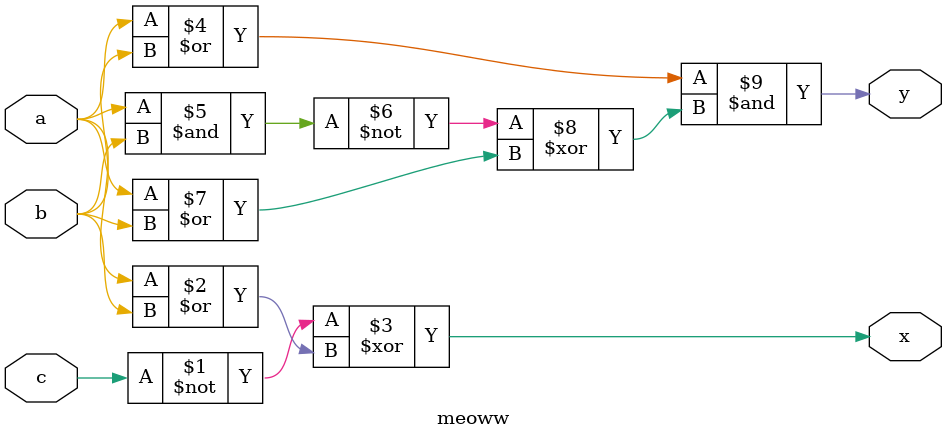
<source format=sv>
`timescale 1ns / 1ps


module meoww(
    input a,b,c,
    output x,y
    );
    assign x = (~ c) ^ (a | b);
    assign y = (a | b) & (~(a & b) ^ (a | b));
endmodule

</source>
